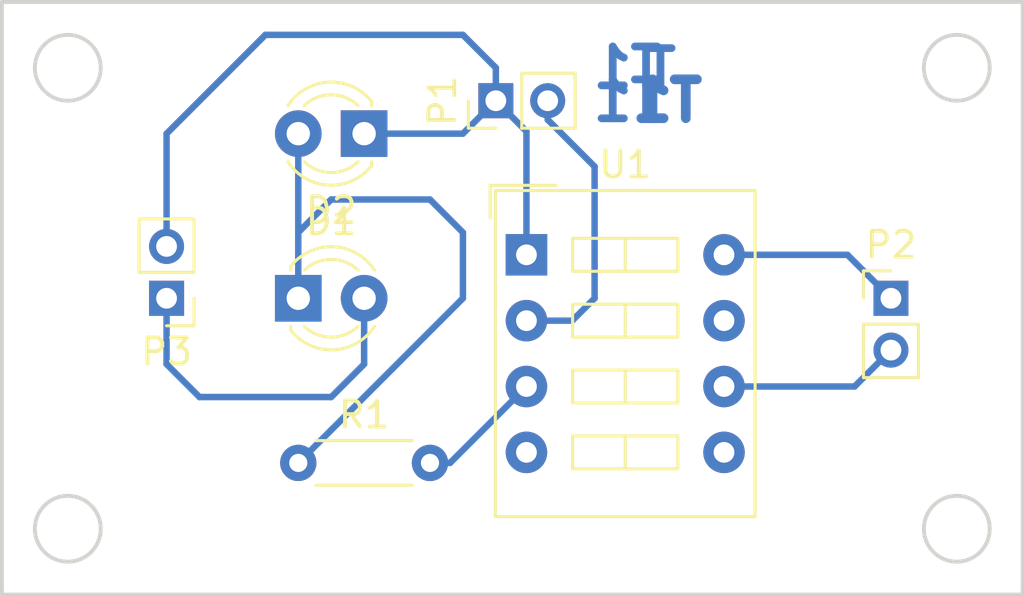
<source format=kicad_pcb>
(kicad_pcb (version 4) (host pcbnew 4.0.5)

  (general
    (links 10)
    (no_connects 0)
    (area 128.194999 95.174999 167.715001 118.185001)
    (thickness 1.6)
    (drawings 12)
    (tracks 33)
    (zones 0)
    (modules 7)
    (nets 11)
  )

  (page A4)
  (layers
    (0 F.Cu signal)
    (31 B.Cu signal)
    (32 B.Adhes user)
    (33 F.Adhes user)
    (34 B.Paste user)
    (35 F.Paste user)
    (36 B.SilkS user)
    (37 F.SilkS user)
    (38 B.Mask user)
    (39 F.Mask user)
    (40 Dwgs.User user)
    (41 Cmts.User user)
    (42 Eco1.User user)
    (43 Eco2.User user)
    (44 Edge.Cuts user)
    (45 Margin user)
    (46 B.CrtYd user)
    (47 F.CrtYd user)
    (48 B.Fab user)
    (49 F.Fab user)
  )

  (setup
    (last_trace_width 0.25)
    (trace_clearance 0.2)
    (zone_clearance 0.508)
    (zone_45_only no)
    (trace_min 0.2)
    (segment_width 0.2)
    (edge_width 0.15)
    (via_size 0.6)
    (via_drill 0.4)
    (via_min_size 0.4)
    (via_min_drill 0.3)
    (uvia_size 0.3)
    (uvia_drill 0.1)
    (uvias_allowed no)
    (uvia_min_size 0.2)
    (uvia_min_drill 0.1)
    (pcb_text_width 0.3)
    (pcb_text_size 1.5 1.5)
    (mod_edge_width 0.15)
    (mod_text_size 1 1)
    (mod_text_width 0.15)
    (pad_size 1.524 1.524)
    (pad_drill 0.762)
    (pad_to_mask_clearance 0.2)
    (aux_axis_origin 0 0)
    (visible_elements 7FFFFFFF)
    (pcbplotparams
      (layerselection 0x00030_80000001)
      (usegerberextensions false)
      (excludeedgelayer true)
      (linewidth 0.100000)
      (plotframeref false)
      (viasonmask false)
      (mode 1)
      (useauxorigin false)
      (hpglpennumber 1)
      (hpglpenspeed 20)
      (hpglpendiameter 15)
      (hpglpenoverlay 2)
      (psnegative false)
      (psa4output false)
      (plotreference true)
      (plotvalue true)
      (plotinvisibletext false)
      (padsonsilk false)
      (subtractmaskfromsilk false)
      (outputformat 1)
      (mirror false)
      (drillshape 1)
      (scaleselection 1)
      (outputdirectory ""))
  )

  (net 0 "")
  (net 1 "Net-(D1-Pad1)")
  (net 2 "Net-(D1-Pad2)")
  (net 3 GND)
  (net 4 "Net-(P1-Pad2)")
  (net 5 VCC)
  (net 6 "Net-(P2-Pad2)")
  (net 7 "Net-(R1-Pad2)")
  (net 8 "Net-(U1-Pad5)")
  (net 9 "Net-(U1-Pad7)")
  (net 10 "Net-(U1-Pad4)")

  (net_class Default "This is the default net class."
    (clearance 0.2)
    (trace_width 0.25)
    (via_dia 0.6)
    (via_drill 0.4)
    (uvia_dia 0.3)
    (uvia_drill 0.1)
    (add_net GND)
    (add_net "Net-(D1-Pad1)")
    (add_net "Net-(D1-Pad2)")
    (add_net "Net-(P1-Pad2)")
    (add_net "Net-(P2-Pad2)")
    (add_net "Net-(R1-Pad2)")
    (add_net "Net-(U1-Pad4)")
    (add_net "Net-(U1-Pad5)")
    (add_net "Net-(U1-Pad7)")
    (add_net VCC)
  )

  (module LEDs:LED_D3.0mm_FlatTop (layer F.Cu) (tedit 5880A862) (tstamp 5BA49190)
    (at 139.7 106.68)
    (descr "LED, Round, FlatTop, diameter 3.0mm, 2 pins, http://www.kingbright.com/attachments/file/psearch/000/00/00/L-47XEC(Ver.9A).pdf")
    (tags "LED Round FlatTop diameter 3.0mm 2 pins")
    (path /5BA4F805)
    (fp_text reference D1 (at 1.27 -2.96) (layer F.SilkS)
      (effects (font (size 1 1) (thickness 0.15)))
    )
    (fp_text value LED (at 1.27 2.96) (layer F.Fab)
      (effects (font (size 1 1) (thickness 0.15)))
    )
    (fp_arc (start 1.27 0) (end -0.23 -1.16619) (angle 284.3) (layer F.Fab) (width 0.1))
    (fp_arc (start 1.27 0) (end -0.29 -1.235516) (angle 108.8) (layer F.SilkS) (width 0.12))
    (fp_arc (start 1.27 0) (end -0.29 1.235516) (angle -108.8) (layer F.SilkS) (width 0.12))
    (fp_arc (start 1.27 0) (end 0.229039 -1.08) (angle 87.9) (layer F.SilkS) (width 0.12))
    (fp_arc (start 1.27 0) (end 0.229039 1.08) (angle -87.9) (layer F.SilkS) (width 0.12))
    (fp_circle (center 1.27 0) (end 2.77 0) (layer F.Fab) (width 0.1))
    (fp_line (start -0.23 -1.16619) (end -0.23 1.16619) (layer F.Fab) (width 0.1))
    (fp_line (start -0.29 -1.236) (end -0.29 -1.08) (layer F.SilkS) (width 0.12))
    (fp_line (start -0.29 1.08) (end -0.29 1.236) (layer F.SilkS) (width 0.12))
    (fp_line (start -1.15 -2.25) (end -1.15 2.25) (layer F.CrtYd) (width 0.05))
    (fp_line (start -1.15 2.25) (end 3.7 2.25) (layer F.CrtYd) (width 0.05))
    (fp_line (start 3.7 2.25) (end 3.7 -2.25) (layer F.CrtYd) (width 0.05))
    (fp_line (start 3.7 -2.25) (end -1.15 -2.25) (layer F.CrtYd) (width 0.05))
    (pad 1 thru_hole rect (at 0 0) (size 1.8 1.8) (drill 0.9) (layers *.Cu *.Mask)
      (net 1 "Net-(D1-Pad1)"))
    (pad 2 thru_hole circle (at 2.54 0) (size 1.8 1.8) (drill 0.9) (layers *.Cu *.Mask)
      (net 2 "Net-(D1-Pad2)"))
    (model ${KISYS3DMOD}/LEDs.3dshapes/LED_D3.0mm_FlatTop.wrl
      (at (xyz 0 0 0))
      (scale (xyz 0.393701 0.393701 0.393701))
      (rotate (xyz 0 0 0))
    )
  )

  (module LEDs:LED_D3.0mm_FlatTop (layer F.Cu) (tedit 5880A862) (tstamp 5BA49196)
    (at 142.24 100.33 180)
    (descr "LED, Round, FlatTop, diameter 3.0mm, 2 pins, http://www.kingbright.com/attachments/file/psearch/000/00/00/L-47XEC(Ver.9A).pdf")
    (tags "LED Round FlatTop diameter 3.0mm 2 pins")
    (path /5BA4F90F)
    (fp_text reference D2 (at 1.27 -2.96 180) (layer F.SilkS)
      (effects (font (size 1 1) (thickness 0.15)))
    )
    (fp_text value LED (at 1.27 2.96 180) (layer F.Fab)
      (effects (font (size 1 1) (thickness 0.15)))
    )
    (fp_arc (start 1.27 0) (end -0.23 -1.16619) (angle 284.3) (layer F.Fab) (width 0.1))
    (fp_arc (start 1.27 0) (end -0.29 -1.235516) (angle 108.8) (layer F.SilkS) (width 0.12))
    (fp_arc (start 1.27 0) (end -0.29 1.235516) (angle -108.8) (layer F.SilkS) (width 0.12))
    (fp_arc (start 1.27 0) (end 0.229039 -1.08) (angle 87.9) (layer F.SilkS) (width 0.12))
    (fp_arc (start 1.27 0) (end 0.229039 1.08) (angle -87.9) (layer F.SilkS) (width 0.12))
    (fp_circle (center 1.27 0) (end 2.77 0) (layer F.Fab) (width 0.1))
    (fp_line (start -0.23 -1.16619) (end -0.23 1.16619) (layer F.Fab) (width 0.1))
    (fp_line (start -0.29 -1.236) (end -0.29 -1.08) (layer F.SilkS) (width 0.12))
    (fp_line (start -0.29 1.08) (end -0.29 1.236) (layer F.SilkS) (width 0.12))
    (fp_line (start -1.15 -2.25) (end -1.15 2.25) (layer F.CrtYd) (width 0.05))
    (fp_line (start -1.15 2.25) (end 3.7 2.25) (layer F.CrtYd) (width 0.05))
    (fp_line (start 3.7 2.25) (end 3.7 -2.25) (layer F.CrtYd) (width 0.05))
    (fp_line (start 3.7 -2.25) (end -1.15 -2.25) (layer F.CrtYd) (width 0.05))
    (pad 1 thru_hole rect (at 0 0 180) (size 1.8 1.8) (drill 0.9) (layers *.Cu *.Mask)
      (net 3 GND))
    (pad 2 thru_hole circle (at 2.54 0 180) (size 1.8 1.8) (drill 0.9) (layers *.Cu *.Mask)
      (net 1 "Net-(D1-Pad1)"))
    (model ${KISYS3DMOD}/LEDs.3dshapes/LED_D3.0mm_FlatTop.wrl
      (at (xyz 0 0 0))
      (scale (xyz 0.393701 0.393701 0.393701))
      (rotate (xyz 0 0 0))
    )
  )

  (module Pin_Headers:Pin_Header_Straight_1x02_Pitch2.00mm (layer F.Cu) (tedit 5BA492D9) (tstamp 5BA4919C)
    (at 147.32 99.06 90)
    (descr "Through hole straight pin header, 1x02, 2.00mm pitch, single row")
    (tags "Through hole pin header THT 1x02 2.00mm single row")
    (path /5BA4F8BE)
    (fp_text reference P1 (at 0 -2.06 90) (layer F.SilkS)
      (effects (font (size 1 1) (thickness 0.15)))
    )
    (fp_text value CONN_01X02 (at -2.54 2.54 180) (layer F.Fab)
      (effects (font (size 1 1) (thickness 0.15)))
    )
    (fp_line (start -0.5 -1) (end 1 -1) (layer F.Fab) (width 0.1))
    (fp_line (start 1 -1) (end 1 3) (layer F.Fab) (width 0.1))
    (fp_line (start 1 3) (end -1 3) (layer F.Fab) (width 0.1))
    (fp_line (start -1 3) (end -1 -0.5) (layer F.Fab) (width 0.1))
    (fp_line (start -1 -0.5) (end -0.5 -1) (layer F.Fab) (width 0.1))
    (fp_line (start -1.06 3.06) (end 1.06 3.06) (layer F.SilkS) (width 0.12))
    (fp_line (start -1.06 1) (end -1.06 3.06) (layer F.SilkS) (width 0.12))
    (fp_line (start 1.06 1) (end 1.06 3.06) (layer F.SilkS) (width 0.12))
    (fp_line (start -1.06 1) (end 1.06 1) (layer F.SilkS) (width 0.12))
    (fp_line (start -1.06 0) (end -1.06 -1.06) (layer F.SilkS) (width 0.12))
    (fp_line (start -1.06 -1.06) (end 0 -1.06) (layer F.SilkS) (width 0.12))
    (fp_line (start -1.5 -1.5) (end -1.5 3.5) (layer F.CrtYd) (width 0.05))
    (fp_line (start -1.5 3.5) (end 1.5 3.5) (layer F.CrtYd) (width 0.05))
    (fp_line (start 1.5 3.5) (end 1.5 -1.5) (layer F.CrtYd) (width 0.05))
    (fp_line (start 1.5 -1.5) (end -1.5 -1.5) (layer F.CrtYd) (width 0.05))
    (fp_text user %R (at 0 1 180) (layer F.Fab)
      (effects (font (size 1 1) (thickness 0.15)))
    )
    (pad 1 thru_hole rect (at 0 0 90) (size 1.35 1.35) (drill 0.8) (layers *.Cu *.Mask)
      (net 3 GND))
    (pad 2 thru_hole oval (at 0 2 90) (size 1.35 1.35) (drill 0.8) (layers *.Cu *.Mask)
      (net 4 "Net-(P1-Pad2)"))
    (model ${KISYS3DMOD}/Pin_Headers.3dshapes/Pin_Header_Straight_1x02_Pitch2.00mm.wrl
      (at (xyz 0 0 0))
      (scale (xyz 1 1 1))
      (rotate (xyz 0 0 0))
    )
  )

  (module Pin_Headers:Pin_Header_Straight_1x02_Pitch2.00mm (layer F.Cu) (tedit 59650533) (tstamp 5BA491A2)
    (at 162.56 106.68)
    (descr "Through hole straight pin header, 1x02, 2.00mm pitch, single row")
    (tags "Through hole pin header THT 1x02 2.00mm single row")
    (path /5BA4F844)
    (fp_text reference P2 (at 0 -2.06) (layer F.SilkS)
      (effects (font (size 1 1) (thickness 0.15)))
    )
    (fp_text value CONN_01X02 (at 0 4.06) (layer F.Fab)
      (effects (font (size 1 1) (thickness 0.15)))
    )
    (fp_line (start -0.5 -1) (end 1 -1) (layer F.Fab) (width 0.1))
    (fp_line (start 1 -1) (end 1 3) (layer F.Fab) (width 0.1))
    (fp_line (start 1 3) (end -1 3) (layer F.Fab) (width 0.1))
    (fp_line (start -1 3) (end -1 -0.5) (layer F.Fab) (width 0.1))
    (fp_line (start -1 -0.5) (end -0.5 -1) (layer F.Fab) (width 0.1))
    (fp_line (start -1.06 3.06) (end 1.06 3.06) (layer F.SilkS) (width 0.12))
    (fp_line (start -1.06 1) (end -1.06 3.06) (layer F.SilkS) (width 0.12))
    (fp_line (start 1.06 1) (end 1.06 3.06) (layer F.SilkS) (width 0.12))
    (fp_line (start -1.06 1) (end 1.06 1) (layer F.SilkS) (width 0.12))
    (fp_line (start -1.06 0) (end -1.06 -1.06) (layer F.SilkS) (width 0.12))
    (fp_line (start -1.06 -1.06) (end 0 -1.06) (layer F.SilkS) (width 0.12))
    (fp_line (start -1.5 -1.5) (end -1.5 3.5) (layer F.CrtYd) (width 0.05))
    (fp_line (start -1.5 3.5) (end 1.5 3.5) (layer F.CrtYd) (width 0.05))
    (fp_line (start 1.5 3.5) (end 1.5 -1.5) (layer F.CrtYd) (width 0.05))
    (fp_line (start 1.5 -1.5) (end -1.5 -1.5) (layer F.CrtYd) (width 0.05))
    (fp_text user %R (at 0 1 90) (layer F.Fab)
      (effects (font (size 1 1) (thickness 0.15)))
    )
    (pad 1 thru_hole rect (at 0 0) (size 1.35 1.35) (drill 0.8) (layers *.Cu *.Mask)
      (net 5 VCC))
    (pad 2 thru_hole oval (at 0 2) (size 1.35 1.35) (drill 0.8) (layers *.Cu *.Mask)
      (net 6 "Net-(P2-Pad2)"))
    (model ${KISYS3DMOD}/Pin_Headers.3dshapes/Pin_Header_Straight_1x02_Pitch2.00mm.wrl
      (at (xyz 0 0 0))
      (scale (xyz 1 1 1))
      (rotate (xyz 0 0 0))
    )
  )

  (module Pin_Headers:Pin_Header_Straight_1x02_Pitch2.00mm (layer F.Cu) (tedit 59650533) (tstamp 5BA491A8)
    (at 134.62 106.68 180)
    (descr "Through hole straight pin header, 1x02, 2.00mm pitch, single row")
    (tags "Through hole pin header THT 1x02 2.00mm single row")
    (path /5BA4F8E4)
    (fp_text reference P3 (at 0 -2.06 180) (layer F.SilkS)
      (effects (font (size 1 1) (thickness 0.15)))
    )
    (fp_text value CONN_01X02 (at 0 4.06 180) (layer F.Fab)
      (effects (font (size 1 1) (thickness 0.15)))
    )
    (fp_line (start -0.5 -1) (end 1 -1) (layer F.Fab) (width 0.1))
    (fp_line (start 1 -1) (end 1 3) (layer F.Fab) (width 0.1))
    (fp_line (start 1 3) (end -1 3) (layer F.Fab) (width 0.1))
    (fp_line (start -1 3) (end -1 -0.5) (layer F.Fab) (width 0.1))
    (fp_line (start -1 -0.5) (end -0.5 -1) (layer F.Fab) (width 0.1))
    (fp_line (start -1.06 3.06) (end 1.06 3.06) (layer F.SilkS) (width 0.12))
    (fp_line (start -1.06 1) (end -1.06 3.06) (layer F.SilkS) (width 0.12))
    (fp_line (start 1.06 1) (end 1.06 3.06) (layer F.SilkS) (width 0.12))
    (fp_line (start -1.06 1) (end 1.06 1) (layer F.SilkS) (width 0.12))
    (fp_line (start -1.06 0) (end -1.06 -1.06) (layer F.SilkS) (width 0.12))
    (fp_line (start -1.06 -1.06) (end 0 -1.06) (layer F.SilkS) (width 0.12))
    (fp_line (start -1.5 -1.5) (end -1.5 3.5) (layer F.CrtYd) (width 0.05))
    (fp_line (start -1.5 3.5) (end 1.5 3.5) (layer F.CrtYd) (width 0.05))
    (fp_line (start 1.5 3.5) (end 1.5 -1.5) (layer F.CrtYd) (width 0.05))
    (fp_line (start 1.5 -1.5) (end -1.5 -1.5) (layer F.CrtYd) (width 0.05))
    (fp_text user %R (at 0 1 270) (layer F.Fab)
      (effects (font (size 1 1) (thickness 0.15)))
    )
    (pad 1 thru_hole rect (at 0 0 180) (size 1.35 1.35) (drill 0.8) (layers *.Cu *.Mask)
      (net 2 "Net-(D1-Pad2)"))
    (pad 2 thru_hole oval (at 0 2 180) (size 1.35 1.35) (drill 0.8) (layers *.Cu *.Mask)
      (net 3 GND))
    (model ${KISYS3DMOD}/Pin_Headers.3dshapes/Pin_Header_Straight_1x02_Pitch2.00mm.wrl
      (at (xyz 0 0 0))
      (scale (xyz 1 1 1))
      (rotate (xyz 0 0 0))
    )
  )

  (module Resistors_THT:R_Axial_DIN0204_L3.6mm_D1.6mm_P5.08mm_Horizontal (layer F.Cu) (tedit 5874F706) (tstamp 5BA491AE)
    (at 139.7 113.03)
    (descr "Resistor, Axial_DIN0204 series, Axial, Horizontal, pin pitch=5.08mm, 0.16666666666666666W = 1/6W, length*diameter=3.6*1.6mm^2, http://cdn-reichelt.de/documents/datenblatt/B400/1_4W%23YAG.pdf")
    (tags "Resistor Axial_DIN0204 series Axial Horizontal pin pitch 5.08mm 0.16666666666666666W = 1/6W length 3.6mm diameter 1.6mm")
    (path /5BA4FA87)
    (fp_text reference R1 (at 2.54 -1.86) (layer F.SilkS)
      (effects (font (size 1 1) (thickness 0.15)))
    )
    (fp_text value R (at 2.54 1.86) (layer F.Fab)
      (effects (font (size 1 1) (thickness 0.15)))
    )
    (fp_line (start 0.74 -0.8) (end 0.74 0.8) (layer F.Fab) (width 0.1))
    (fp_line (start 0.74 0.8) (end 4.34 0.8) (layer F.Fab) (width 0.1))
    (fp_line (start 4.34 0.8) (end 4.34 -0.8) (layer F.Fab) (width 0.1))
    (fp_line (start 4.34 -0.8) (end 0.74 -0.8) (layer F.Fab) (width 0.1))
    (fp_line (start 0 0) (end 0.74 0) (layer F.Fab) (width 0.1))
    (fp_line (start 5.08 0) (end 4.34 0) (layer F.Fab) (width 0.1))
    (fp_line (start 0.68 -0.86) (end 4.4 -0.86) (layer F.SilkS) (width 0.12))
    (fp_line (start 0.68 0.86) (end 4.4 0.86) (layer F.SilkS) (width 0.12))
    (fp_line (start -0.95 -1.15) (end -0.95 1.15) (layer F.CrtYd) (width 0.05))
    (fp_line (start -0.95 1.15) (end 6.05 1.15) (layer F.CrtYd) (width 0.05))
    (fp_line (start 6.05 1.15) (end 6.05 -1.15) (layer F.CrtYd) (width 0.05))
    (fp_line (start 6.05 -1.15) (end -0.95 -1.15) (layer F.CrtYd) (width 0.05))
    (pad 1 thru_hole circle (at 0 0) (size 1.4 1.4) (drill 0.7) (layers *.Cu *.Mask)
      (net 1 "Net-(D1-Pad1)"))
    (pad 2 thru_hole oval (at 5.08 0) (size 1.4 1.4) (drill 0.7) (layers *.Cu *.Mask)
      (net 7 "Net-(R1-Pad2)"))
    (model ${KISYS3DMOD}/Resistors_THT.3dshapes/R_Axial_DIN0204_L3.6mm_D1.6mm_P5.08mm_Horizontal.wrl
      (at (xyz 0 0 0))
      (scale (xyz 0.393701 0.393701 0.393701))
      (rotate (xyz 0 0 0))
    )
  )

  (module Buttons_Switches_THT:SW_DIP_x4_W7.62mm_Slide (layer F.Cu) (tedit 5923F251) (tstamp 5BA491BA)
    (at 148.5011 105.0036)
    (descr "4x-dip-switch, Slide, row spacing 7.62 mm (300 mils)")
    (tags "DIP Switch Slide 7.62mm 300mil")
    (path /5BA4F7E0)
    (fp_text reference U1 (at 3.81 -3.48) (layer F.SilkS)
      (effects (font (size 1 1) (thickness 0.15)))
    )
    (fp_text value NE555 (at 3.81 11.1) (layer F.Fab)
      (effects (font (size 1 1) (thickness 0.15)))
    )
    (fp_text user %R (at 3.81 3.81) (layer F.Fab)
      (effects (font (size 1 1) (thickness 0.15)))
    )
    (fp_line (start -1.4 -2.68) (end -1.4 -1.41) (layer F.SilkS) (width 0.12))
    (fp_line (start -1.4 -2.68) (end 1.14 -2.68) (layer F.SilkS) (width 0.12))
    (fp_line (start -0.08 -2.36) (end 8.7 -2.36) (layer F.Fab) (width 0.1))
    (fp_line (start 8.7 -2.36) (end 8.7 9.98) (layer F.Fab) (width 0.1))
    (fp_line (start 8.7 9.98) (end -1.08 9.98) (layer F.Fab) (width 0.1))
    (fp_line (start -1.08 9.98) (end -1.08 -1.36) (layer F.Fab) (width 0.1))
    (fp_line (start -1.08 -1.36) (end -0.08 -2.36) (layer F.Fab) (width 0.1))
    (fp_line (start 1.78 -0.635) (end 1.78 0.635) (layer F.Fab) (width 0.1))
    (fp_line (start 1.78 0.635) (end 5.84 0.635) (layer F.Fab) (width 0.1))
    (fp_line (start 5.84 0.635) (end 5.84 -0.635) (layer F.Fab) (width 0.1))
    (fp_line (start 5.84 -0.635) (end 1.78 -0.635) (layer F.Fab) (width 0.1))
    (fp_line (start 3.81 -0.635) (end 3.81 0.635) (layer F.Fab) (width 0.1))
    (fp_line (start 1.78 1.905) (end 1.78 3.175) (layer F.Fab) (width 0.1))
    (fp_line (start 1.78 3.175) (end 5.84 3.175) (layer F.Fab) (width 0.1))
    (fp_line (start 5.84 3.175) (end 5.84 1.905) (layer F.Fab) (width 0.1))
    (fp_line (start 5.84 1.905) (end 1.78 1.905) (layer F.Fab) (width 0.1))
    (fp_line (start 3.81 1.905) (end 3.81 3.175) (layer F.Fab) (width 0.1))
    (fp_line (start 1.78 4.445) (end 1.78 5.715) (layer F.Fab) (width 0.1))
    (fp_line (start 1.78 5.715) (end 5.84 5.715) (layer F.Fab) (width 0.1))
    (fp_line (start 5.84 5.715) (end 5.84 4.445) (layer F.Fab) (width 0.1))
    (fp_line (start 5.84 4.445) (end 1.78 4.445) (layer F.Fab) (width 0.1))
    (fp_line (start 3.81 4.445) (end 3.81 5.715) (layer F.Fab) (width 0.1))
    (fp_line (start 1.78 6.985) (end 1.78 8.255) (layer F.Fab) (width 0.1))
    (fp_line (start 1.78 8.255) (end 5.84 8.255) (layer F.Fab) (width 0.1))
    (fp_line (start 5.84 8.255) (end 5.84 6.985) (layer F.Fab) (width 0.1))
    (fp_line (start 5.84 6.985) (end 1.78 6.985) (layer F.Fab) (width 0.1))
    (fp_line (start 3.81 6.985) (end 3.81 8.255) (layer F.Fab) (width 0.1))
    (fp_line (start -1.2 -2.48) (end 8.82 -2.48) (layer F.SilkS) (width 0.12))
    (fp_line (start 8.82 -2.48) (end 8.82 10.1) (layer F.SilkS) (width 0.12))
    (fp_line (start 8.82 10.1) (end -1.2 10.1) (layer F.SilkS) (width 0.12))
    (fp_line (start -1.2 10.1) (end -1.2 -2.48) (layer F.SilkS) (width 0.12))
    (fp_line (start 1.78 -0.635) (end 1.78 0.635) (layer F.SilkS) (width 0.12))
    (fp_line (start 1.78 0.635) (end 5.84 0.635) (layer F.SilkS) (width 0.12))
    (fp_line (start 5.84 0.635) (end 5.84 -0.635) (layer F.SilkS) (width 0.12))
    (fp_line (start 5.84 -0.635) (end 1.78 -0.635) (layer F.SilkS) (width 0.12))
    (fp_line (start 3.81 -0.635) (end 3.81 0.635) (layer F.SilkS) (width 0.12))
    (fp_line (start 1.78 1.905) (end 1.78 3.175) (layer F.SilkS) (width 0.12))
    (fp_line (start 1.78 3.175) (end 5.84 3.175) (layer F.SilkS) (width 0.12))
    (fp_line (start 5.84 3.175) (end 5.84 1.905) (layer F.SilkS) (width 0.12))
    (fp_line (start 5.84 1.905) (end 1.78 1.905) (layer F.SilkS) (width 0.12))
    (fp_line (start 3.81 1.905) (end 3.81 3.175) (layer F.SilkS) (width 0.12))
    (fp_line (start 1.78 4.445) (end 1.78 5.715) (layer F.SilkS) (width 0.12))
    (fp_line (start 1.78 5.715) (end 5.84 5.715) (layer F.SilkS) (width 0.12))
    (fp_line (start 5.84 5.715) (end 5.84 4.445) (layer F.SilkS) (width 0.12))
    (fp_line (start 5.84 4.445) (end 1.78 4.445) (layer F.SilkS) (width 0.12))
    (fp_line (start 3.81 4.445) (end 3.81 5.715) (layer F.SilkS) (width 0.12))
    (fp_line (start 1.78 6.985) (end 1.78 8.255) (layer F.SilkS) (width 0.12))
    (fp_line (start 1.78 8.255) (end 5.84 8.255) (layer F.SilkS) (width 0.12))
    (fp_line (start 5.84 8.255) (end 5.84 6.985) (layer F.SilkS) (width 0.12))
    (fp_line (start 5.84 6.985) (end 1.78 6.985) (layer F.SilkS) (width 0.12))
    (fp_line (start 3.81 6.985) (end 3.81 8.255) (layer F.SilkS) (width 0.12))
    (fp_line (start -1.4 -2.7) (end -1.4 10.3) (layer F.CrtYd) (width 0.05))
    (fp_line (start -1.4 10.3) (end 9 10.3) (layer F.CrtYd) (width 0.05))
    (fp_line (start 9 10.3) (end 9 -2.7) (layer F.CrtYd) (width 0.05))
    (fp_line (start 9 -2.7) (end -1.4 -2.7) (layer F.CrtYd) (width 0.05))
    (pad 1 thru_hole rect (at 0 0) (size 1.6 1.6) (drill 0.8) (layers *.Cu *.Mask)
      (net 3 GND))
    (pad 5 thru_hole oval (at 7.62 7.62) (size 1.6 1.6) (drill 0.8) (layers *.Cu *.Mask)
      (net 8 "Net-(U1-Pad5)"))
    (pad 2 thru_hole oval (at 0 2.54) (size 1.6 1.6) (drill 0.8) (layers *.Cu *.Mask)
      (net 4 "Net-(P1-Pad2)"))
    (pad 6 thru_hole oval (at 7.62 5.08) (size 1.6 1.6) (drill 0.8) (layers *.Cu *.Mask)
      (net 6 "Net-(P2-Pad2)"))
    (pad 3 thru_hole oval (at 0 5.08) (size 1.6 1.6) (drill 0.8) (layers *.Cu *.Mask)
      (net 7 "Net-(R1-Pad2)"))
    (pad 7 thru_hole oval (at 7.62 2.54) (size 1.6 1.6) (drill 0.8) (layers *.Cu *.Mask)
      (net 9 "Net-(U1-Pad7)"))
    (pad 4 thru_hole oval (at 0 7.62) (size 1.6 1.6) (drill 0.8) (layers *.Cu *.Mask)
      (net 10 "Net-(U1-Pad4)"))
    (pad 8 thru_hole oval (at 7.62 0) (size 1.6 1.6) (drill 0.8) (layers *.Cu *.Mask)
      (net 5 VCC))
    (model ${KISYS3DMOD}/Buttons_Switches_THT.3dshapes/SW_DIP_x4_W7.62mm_Slide.wrl
      (at (xyz 0 0 0))
      (scale (xyz 1 1 1))
      (rotate (xyz 0 0 90))
    )
  )

  (gr_text "T\n\n" (at 153.67 99.06) (layer B.Cu)
    (effects (font (size 1.5 1.5) (thickness 0.3)) (justify mirror))
  )
  (gr_text T1 (at 152.4 99.06) (layer B.Cu)
    (effects (font (size 1.5 1.5) (thickness 0.375)) (justify right mirror))
  )
  (gr_text T1 (at 152.4 97.79) (layer B.Cu)
    (effects (font (size 1.5 1.5) (thickness 0.3)) (justify mirror))
  )
  (gr_text T1 (at 152.4 99.06) (layer B.Cu)
    (effects (font (size 1.5 1.5) (thickness 0.3)) (justify mirror))
  )
  (gr_circle (center 130.81 115.57) (end 130.81 114.3) (layer Edge.Cuts) (width 0.15))
  (gr_circle (center 165.1 115.57) (end 165.1 114.3) (layer Edge.Cuts) (width 0.15))
  (gr_circle (center 165.1 97.79) (end 165.1 96.52) (layer Edge.Cuts) (width 0.15))
  (gr_circle (center 130.81 97.79) (end 130.81 96.52) (layer Edge.Cuts) (width 0.15))
  (gr_line (start 167.64 95.25) (end 128.27 95.25) (angle 90) (layer Edge.Cuts) (width 0.15))
  (gr_line (start 167.64 118.11) (end 167.64 95.25) (angle 90) (layer Edge.Cuts) (width 0.15))
  (gr_line (start 128.27 118.11) (end 167.64 118.11) (angle 90) (layer Edge.Cuts) (width 0.15))
  (gr_line (start 128.27 95.25) (end 128.27 118.11) (angle 90) (layer Edge.Cuts) (width 0.15))

  (segment (start 139.7 104.14) (end 140.97 102.87) (width 0.25) (layer B.Cu) (net 1))
  (segment (start 140.97 111.76) (end 139.7 113.03) (width 0.25) (layer B.Cu) (net 1) (tstamp 5BA4926D))
  (segment (start 146.05 106.68) (end 140.97 111.76) (width 0.25) (layer B.Cu) (net 1) (tstamp 5BA49267))
  (segment (start 146.05 104.14) (end 146.05 106.68) (width 0.25) (layer B.Cu) (net 1) (tstamp 5BA49266))
  (segment (start 144.78 102.87) (end 146.05 104.14) (width 0.25) (layer B.Cu) (net 1) (tstamp 5BA49265))
  (segment (start 140.97 102.87) (end 144.78 102.87) (width 0.25) (layer B.Cu) (net 1) (tstamp 5BA49264))
  (segment (start 139.7 106.68) (end 139.7 104.14) (width 0.25) (layer B.Cu) (net 1))
  (segment (start 139.7 104.14) (end 139.7 100.33) (width 0.25) (layer B.Cu) (net 1) (tstamp 5BA49262))
  (segment (start 142.24 106.68) (end 142.24 109.22) (width 0.25) (layer B.Cu) (net 2))
  (segment (start 134.62 109.22) (end 134.62 106.68) (width 0.25) (layer B.Cu) (net 2) (tstamp 5BA4921F))
  (segment (start 135.89 110.49) (end 134.62 109.22) (width 0.25) (layer B.Cu) (net 2) (tstamp 5BA4921D))
  (segment (start 140.97 110.49) (end 135.89 110.49) (width 0.25) (layer B.Cu) (net 2) (tstamp 5BA4921B))
  (segment (start 142.24 109.22) (end 140.97 110.49) (width 0.25) (layer B.Cu) (net 2) (tstamp 5BA49219))
  (segment (start 148.5011 105.0036) (end 148.5011 100.2411) (width 0.25) (layer B.Cu) (net 3))
  (segment (start 148.5011 100.2411) (end 147.32 99.06) (width 0.25) (layer B.Cu) (net 3) (tstamp 5BA49280))
  (segment (start 142.24 100.33) (end 146.05 100.33) (width 0.25) (layer B.Cu) (net 3))
  (segment (start 146.05 100.33) (end 147.32 99.06) (width 0.25) (layer B.Cu) (net 3) (tstamp 5BA4927A))
  (segment (start 134.62 104.68) (end 134.62 100.33) (width 0.25) (layer B.Cu) (net 3))
  (segment (start 147.32 97.79) (end 147.32 99.06) (width 0.25) (layer B.Cu) (net 3) (tstamp 5BA49232))
  (segment (start 146.05 96.52) (end 147.32 97.79) (width 0.25) (layer B.Cu) (net 3) (tstamp 5BA49230))
  (segment (start 138.43 96.52) (end 146.05 96.52) (width 0.25) (layer B.Cu) (net 3) (tstamp 5BA4922E))
  (segment (start 134.62 100.33) (end 138.43 96.52) (width 0.25) (layer B.Cu) (net 3) (tstamp 5BA49228))
  (segment (start 148.5011 107.5436) (end 150.2664 107.5436) (width 0.25) (layer B.Cu) (net 4))
  (segment (start 149.32 99.79) (end 149.32 99.06) (width 0.25) (layer B.Cu) (net 4) (tstamp 5BA49287))
  (segment (start 151.13 101.6) (end 149.32 99.79) (width 0.25) (layer B.Cu) (net 4) (tstamp 5BA49286))
  (segment (start 151.13 106.68) (end 151.13 101.6) (width 0.25) (layer B.Cu) (net 4) (tstamp 5BA49285))
  (segment (start 150.2664 107.5436) (end 151.13 106.68) (width 0.25) (layer B.Cu) (net 4) (tstamp 5BA49284))
  (segment (start 156.1211 105.0036) (end 160.8836 105.0036) (width 0.25) (layer B.Cu) (net 5))
  (segment (start 160.8836 105.0036) (end 162.56 106.68) (width 0.25) (layer B.Cu) (net 5) (tstamp 5BA49211))
  (segment (start 156.1211 110.0836) (end 161.1564 110.0836) (width 0.25) (layer B.Cu) (net 6))
  (segment (start 161.1564 110.0836) (end 162.56 108.68) (width 0.25) (layer B.Cu) (net 6) (tstamp 5BA49215))
  (segment (start 144.78 113.03) (end 145.5547 113.03) (width 0.25) (layer B.Cu) (net 7))
  (segment (start 145.5547 113.03) (end 148.5011 110.0836) (width 0.25) (layer B.Cu) (net 7) (tstamp 5BA49223))

  (zone (net 0) (net_name "") (layer B.Cu) (tstamp 5BA492E1) (hatch edge 0.508)
    (connect_pads (clearance 0.508))
    (min_thickness 0.254)
    (fill (arc_segments 16) (thermal_gap 0.508) (thermal_bridge_width 0.508))
    (polygon
      (pts
        (xy 128.27 95.25) (xy 167.64 95.25) (xy 167.64 118.11) (xy 128.27 118.11)
      )
    )
  )
)

</source>
